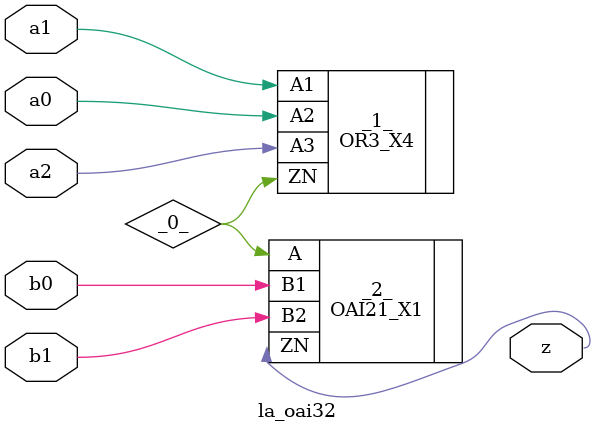
<source format=v>
/* Generated by Yosys 0.37 (git sha1 a5c7f69ed, clang 14.0.0-1ubuntu1.1 -fPIC -Os) */

module la_oai32(a0, a1, a2, b0, b1, z);
  wire _0_;
  input a0;
  wire a0;
  input a1;
  wire a1;
  input a2;
  wire a2;
  input b0;
  wire b0;
  input b1;
  wire b1;
  output z;
  wire z;
  OR3_X4 _1_ (
    .A1(a1),
    .A2(a0),
    .A3(a2),
    .ZN(_0_)
  );
  OAI21_X1 _2_ (
    .A(_0_),
    .B1(b0),
    .B2(b1),
    .ZN(z)
  );
endmodule

</source>
